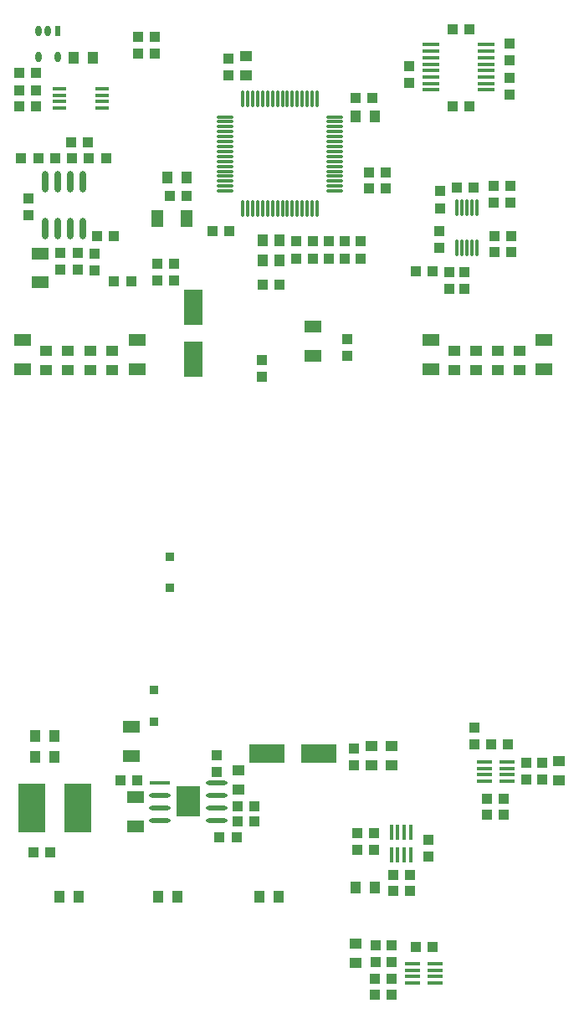
<source format=gtp>
G04*
G04 #@! TF.GenerationSoftware,Altium Limited,CircuitStudio,1.5.1 (13)*
G04*
G04 Layer_Color=7318015*
%FSLAX44Y44*%
%MOMM*%
G71*
G01*
G75*
%ADD10R,1.3000X1.0500*%
%ADD11R,1.0000X1.1000*%
%ADD12R,1.1000X1.0000*%
%ADD13R,1.7500X1.1500*%
%ADD14R,1.1500X1.7500*%
%ADD15R,0.4500X1.5500*%
%ADD16R,0.9500X0.9000*%
%ADD17O,2.1500X0.4500*%
%ADD18R,2.1500X0.4500*%
%ADD19R,2.4000X3.1000*%
%ADD20R,1.6764X0.3556*%
%ADD21O,0.3000X1.7000*%
%ADD22R,1.0500X1.3000*%
%ADD23R,2.7000X4.8999*%
%ADD24O,0.3000X1.8000*%
%ADD25O,1.8000X0.3000*%
%ADD26R,1.4224X0.4318*%
%ADD27R,1.1000X1.3000*%
%ADD28R,0.6000X1.1000*%
%ADD29O,0.6000X1.1000*%
%ADD30O,0.6000X2.2000*%
%ADD31R,1.5500X0.4500*%
%ADD32R,3.5500X1.8500*%
%ADD33R,1.8500X3.5500*%
D10*
X788416Y962338D02*
D03*
Y942838D02*
D03*
X744916Y962338D02*
D03*
Y942838D02*
D03*
X722869Y962338D02*
D03*
Y942838D02*
D03*
X331963Y942584D02*
D03*
Y962084D02*
D03*
X354417D02*
D03*
Y942584D02*
D03*
X766963Y962338D02*
D03*
Y942838D02*
D03*
X309510Y942584D02*
D03*
Y962084D02*
D03*
X376870Y942584D02*
D03*
Y962084D02*
D03*
X504190Y538070D02*
D03*
Y518570D02*
D03*
X511556Y1240692D02*
D03*
Y1260192D02*
D03*
X623062Y362556D02*
D03*
Y343056D02*
D03*
X828802Y547468D02*
D03*
Y527968D02*
D03*
X638810Y543208D02*
D03*
Y562708D02*
D03*
X659130Y543208D02*
D03*
Y562708D02*
D03*
D11*
X611886Y1055506D02*
D03*
Y1072506D02*
D03*
X779272Y1128640D02*
D03*
Y1111640D02*
D03*
X762508Y1128640D02*
D03*
Y1111640D02*
D03*
X419608Y1262516D02*
D03*
Y1279516D02*
D03*
X402844Y1262516D02*
D03*
Y1279516D02*
D03*
X528066Y952618D02*
D03*
Y935618D02*
D03*
X778764Y1255658D02*
D03*
Y1272658D02*
D03*
Y1221114D02*
D03*
Y1238114D02*
D03*
X676656Y1249544D02*
D03*
Y1232544D02*
D03*
X579374Y1072506D02*
D03*
Y1055506D02*
D03*
X563118Y1072506D02*
D03*
Y1055506D02*
D03*
X493776Y1240672D02*
D03*
Y1257672D02*
D03*
X595630Y1055506D02*
D03*
Y1072506D02*
D03*
X696468Y450224D02*
D03*
Y467224D02*
D03*
X482600Y553330D02*
D03*
Y536330D02*
D03*
X733298Y1041772D02*
D03*
Y1024772D02*
D03*
X708152Y1123306D02*
D03*
Y1106306D02*
D03*
X707136Y1082920D02*
D03*
Y1065920D02*
D03*
X717296Y1024772D02*
D03*
Y1041772D02*
D03*
X292100Y1098940D02*
D03*
Y1115940D02*
D03*
X323850Y1043822D02*
D03*
Y1060822D02*
D03*
X341630Y1044076D02*
D03*
Y1061076D02*
D03*
X358394Y1060568D02*
D03*
Y1043568D02*
D03*
X438912Y1050408D02*
D03*
Y1033408D02*
D03*
X422148Y1050408D02*
D03*
Y1033408D02*
D03*
X659384Y343798D02*
D03*
Y360798D02*
D03*
X643382Y343798D02*
D03*
Y360798D02*
D03*
X795274Y528456D02*
D03*
Y545456D02*
D03*
X811276Y528456D02*
D03*
Y545456D02*
D03*
X628142Y1055506D02*
D03*
Y1072506D02*
D03*
X614172Y956564D02*
D03*
Y973564D02*
D03*
X620776Y560188D02*
D03*
Y543188D02*
D03*
X743458Y580762D02*
D03*
Y563762D02*
D03*
D12*
X780406Y1062228D02*
D03*
X763406D02*
D03*
X780406Y1077976D02*
D03*
X763406D02*
D03*
X738242Y1287018D02*
D03*
X721242D02*
D03*
X737988Y1209294D02*
D03*
X720988D02*
D03*
X495418Y1083056D02*
D03*
X478418D02*
D03*
X636406Y1126236D02*
D03*
X653406D02*
D03*
X623198Y1217422D02*
D03*
X640198D02*
D03*
X452208Y1118616D02*
D03*
X435208D02*
D03*
X660790Y432054D02*
D03*
X677790D02*
D03*
X641722Y457708D02*
D03*
X624722D02*
D03*
X660790Y415798D02*
D03*
X677790D02*
D03*
X624722Y474472D02*
D03*
X641722D02*
D03*
X385200Y527812D02*
D03*
X402200D02*
D03*
X296554Y455168D02*
D03*
X313554D02*
D03*
X520310Y501650D02*
D03*
X503310D02*
D03*
X520310Y485902D02*
D03*
X503310D02*
D03*
X502276Y469900D02*
D03*
X485276D02*
D03*
X299838Y1225550D02*
D03*
X282838D02*
D03*
X299584Y1208786D02*
D03*
X282584D02*
D03*
X528710Y1029208D02*
D03*
X545710D02*
D03*
X742306Y1127252D02*
D03*
X725306D02*
D03*
X653406Y1141984D02*
D03*
X636406D02*
D03*
X299838Y1242822D02*
D03*
X282838D02*
D03*
X335906Y1156716D02*
D03*
X318906D02*
D03*
X353196Y1156716D02*
D03*
X370196D02*
D03*
X334654Y1172972D02*
D03*
X351654D02*
D03*
X395596Y1032510D02*
D03*
X378596D02*
D03*
X659502Y326644D02*
D03*
X642502D02*
D03*
X642502Y310896D02*
D03*
X659502D02*
D03*
X700650Y358902D02*
D03*
X683650D02*
D03*
X777104Y563626D02*
D03*
X760104D02*
D03*
X772532Y509270D02*
D03*
X755532D02*
D03*
X755532Y493268D02*
D03*
X772532D02*
D03*
X683904Y1042670D02*
D03*
X700904D02*
D03*
X284616Y1156716D02*
D03*
X301616D02*
D03*
X378578Y1077976D02*
D03*
X361578D02*
D03*
D13*
X579882Y957054D02*
D03*
Y986554D02*
D03*
X699008Y943338D02*
D03*
Y972838D02*
D03*
X285750Y972584D02*
D03*
Y943084D02*
D03*
X401574Y943084D02*
D03*
Y972584D02*
D03*
X813308Y943338D02*
D03*
Y972838D02*
D03*
X396240Y551924D02*
D03*
Y581424D02*
D03*
X400304Y480804D02*
D03*
Y510304D02*
D03*
X303530Y1060468D02*
D03*
Y1030968D02*
D03*
D14*
X451630Y1095756D02*
D03*
X422130D02*
D03*
D15*
X678532Y474800D02*
D03*
X672032D02*
D03*
X665532D02*
D03*
X659032D02*
D03*
X678532Y452300D02*
D03*
X672032D02*
D03*
X665532D02*
D03*
X659032D02*
D03*
D16*
X419100Y587244D02*
D03*
Y618744D02*
D03*
X435102Y753618D02*
D03*
Y722118D02*
D03*
D17*
X482460Y487090D02*
D03*
Y499790D02*
D03*
Y512490D02*
D03*
Y525190D02*
D03*
X424960Y487090D02*
D03*
Y499790D02*
D03*
Y512490D02*
D03*
D18*
Y525190D02*
D03*
D19*
X453710Y506140D02*
D03*
D20*
X698754Y1225914D02*
D03*
Y1232414D02*
D03*
Y1238914D02*
D03*
Y1245414D02*
D03*
Y1251914D02*
D03*
Y1258414D02*
D03*
Y1264914D02*
D03*
Y1271414D02*
D03*
X755142D02*
D03*
Y1264914D02*
D03*
Y1258414D02*
D03*
Y1251914D02*
D03*
Y1245414D02*
D03*
Y1238914D02*
D03*
Y1232414D02*
D03*
Y1225914D02*
D03*
D21*
X745330Y1106858D02*
D03*
X740330D02*
D03*
X735330D02*
D03*
X730330D02*
D03*
X725330D02*
D03*
X745330Y1065858D02*
D03*
X740330D02*
D03*
X735330D02*
D03*
X730330D02*
D03*
X725330D02*
D03*
D22*
X298352Y551688D02*
D03*
X317852D02*
D03*
X298352Y572262D02*
D03*
X317852D02*
D03*
X337468Y1258062D02*
D03*
X356968D02*
D03*
X622964Y1198626D02*
D03*
X642464D02*
D03*
X452218Y1136904D02*
D03*
X432718D02*
D03*
X622456Y419608D02*
D03*
X641956D02*
D03*
X322736Y410210D02*
D03*
X342236D02*
D03*
X525682D02*
D03*
X545182D02*
D03*
X422812D02*
D03*
X442312D02*
D03*
D23*
X341516Y499872D02*
D03*
X295516D02*
D03*
D24*
X508854Y1105534D02*
D03*
X513854D02*
D03*
X518854D02*
D03*
X523854D02*
D03*
X528854D02*
D03*
X533854D02*
D03*
X538854D02*
D03*
X543854D02*
D03*
X548854D02*
D03*
X553854D02*
D03*
X558854D02*
D03*
X563854D02*
D03*
X568854D02*
D03*
X573854D02*
D03*
X578854D02*
D03*
X583854D02*
D03*
Y1216534D02*
D03*
X578854D02*
D03*
X573854D02*
D03*
X568854D02*
D03*
X563854D02*
D03*
X558854D02*
D03*
X553854D02*
D03*
X548854D02*
D03*
X543854D02*
D03*
X538854D02*
D03*
X533854D02*
D03*
X528854D02*
D03*
X523854D02*
D03*
X518854D02*
D03*
X513854D02*
D03*
X508854D02*
D03*
D25*
X601854Y1123534D02*
D03*
Y1128534D02*
D03*
Y1133534D02*
D03*
Y1138534D02*
D03*
Y1143534D02*
D03*
Y1148534D02*
D03*
Y1153534D02*
D03*
Y1158534D02*
D03*
Y1163534D02*
D03*
Y1168534D02*
D03*
Y1173534D02*
D03*
Y1178534D02*
D03*
Y1183534D02*
D03*
Y1188534D02*
D03*
Y1193534D02*
D03*
Y1198534D02*
D03*
X490854D02*
D03*
Y1193534D02*
D03*
Y1188534D02*
D03*
Y1183534D02*
D03*
Y1178534D02*
D03*
Y1173534D02*
D03*
Y1168534D02*
D03*
Y1163534D02*
D03*
Y1158534D02*
D03*
Y1153534D02*
D03*
Y1148534D02*
D03*
Y1143534D02*
D03*
Y1138534D02*
D03*
Y1133534D02*
D03*
Y1128534D02*
D03*
Y1123534D02*
D03*
D26*
X323215Y1226918D02*
D03*
Y1220418D02*
D03*
Y1213918D02*
D03*
Y1207418D02*
D03*
X366649D02*
D03*
Y1213918D02*
D03*
Y1220418D02*
D03*
Y1226918D02*
D03*
D27*
X545460Y1053006D02*
D03*
X528960D02*
D03*
X545460Y1074006D02*
D03*
X528960D02*
D03*
D28*
X321056Y1284986D02*
D03*
D29*
X311556D02*
D03*
X302056D02*
D03*
X321056Y1258986D02*
D03*
X302056D02*
D03*
D30*
X346964Y1133218D02*
D03*
X334264D02*
D03*
X321564D02*
D03*
X308864D02*
D03*
X346964Y1085218D02*
D03*
X334264D02*
D03*
X321564D02*
D03*
X308864D02*
D03*
D31*
X680392Y342236D02*
D03*
Y335736D02*
D03*
Y329236D02*
D03*
Y322736D02*
D03*
X702892Y342236D02*
D03*
Y335736D02*
D03*
Y329236D02*
D03*
Y322736D02*
D03*
X753544Y546198D02*
D03*
Y539698D02*
D03*
Y533198D02*
D03*
Y526698D02*
D03*
X776044Y546198D02*
D03*
Y539698D02*
D03*
Y533198D02*
D03*
Y526698D02*
D03*
D32*
X533312Y554736D02*
D03*
X585812D02*
D03*
D33*
X458724Y953428D02*
D03*
Y1005928D02*
D03*
M02*

</source>
